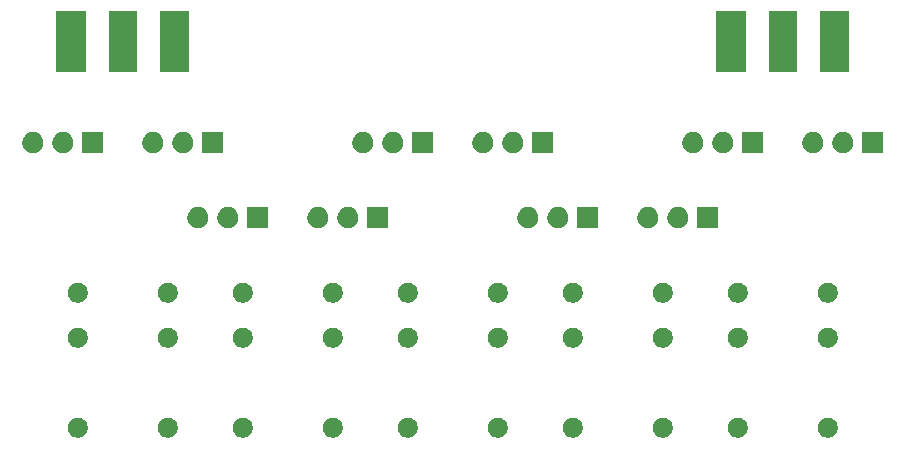
<source format=gbr>
G04 #@! TF.GenerationSoftware,KiCad,Pcbnew,(5.1.5-0)*
G04 #@! TF.CreationDate,2020-04-02T18:54:50-07:00*
G04 #@! TF.ProjectId,Attenuator,41747465-6e75-4617-946f-722e6b696361,rev?*
G04 #@! TF.SameCoordinates,Original*
G04 #@! TF.FileFunction,Soldermask,Top*
G04 #@! TF.FilePolarity,Negative*
%FSLAX46Y46*%
G04 Gerber Fmt 4.6, Leading zero omitted, Abs format (unit mm)*
G04 Created by KiCad (PCBNEW (5.1.5-0)) date 2020-04-02 18:54:50*
%MOMM*%
%LPD*%
G04 APERTURE LIST*
%ADD10C,0.100000*%
G04 APERTURE END LIST*
D10*
G36*
X150108228Y-85541703D02*
G01*
X150263100Y-85605853D01*
X150402481Y-85698985D01*
X150521015Y-85817519D01*
X150614147Y-85956900D01*
X150678297Y-86111772D01*
X150711000Y-86276184D01*
X150711000Y-86443816D01*
X150678297Y-86608228D01*
X150614147Y-86763100D01*
X150521015Y-86902481D01*
X150402481Y-87021015D01*
X150263100Y-87114147D01*
X150108228Y-87178297D01*
X149943816Y-87211000D01*
X149776184Y-87211000D01*
X149611772Y-87178297D01*
X149456900Y-87114147D01*
X149317519Y-87021015D01*
X149198985Y-86902481D01*
X149105853Y-86763100D01*
X149041703Y-86608228D01*
X149009000Y-86443816D01*
X149009000Y-86276184D01*
X149041703Y-86111772D01*
X149105853Y-85956900D01*
X149198985Y-85817519D01*
X149317519Y-85698985D01*
X149456900Y-85605853D01*
X149611772Y-85541703D01*
X149776184Y-85509000D01*
X149943816Y-85509000D01*
X150108228Y-85541703D01*
G37*
G36*
X142488228Y-85541703D02*
G01*
X142643100Y-85605853D01*
X142782481Y-85698985D01*
X142901015Y-85817519D01*
X142994147Y-85956900D01*
X143058297Y-86111772D01*
X143091000Y-86276184D01*
X143091000Y-86443816D01*
X143058297Y-86608228D01*
X142994147Y-86763100D01*
X142901015Y-86902481D01*
X142782481Y-87021015D01*
X142643100Y-87114147D01*
X142488228Y-87178297D01*
X142323816Y-87211000D01*
X142156184Y-87211000D01*
X141991772Y-87178297D01*
X141836900Y-87114147D01*
X141697519Y-87021015D01*
X141578985Y-86902481D01*
X141485853Y-86763100D01*
X141421703Y-86608228D01*
X141389000Y-86443816D01*
X141389000Y-86276184D01*
X141421703Y-86111772D01*
X141485853Y-85956900D01*
X141578985Y-85817519D01*
X141697519Y-85698985D01*
X141836900Y-85605853D01*
X141991772Y-85541703D01*
X142156184Y-85509000D01*
X142323816Y-85509000D01*
X142488228Y-85541703D01*
G37*
G36*
X136138228Y-85541703D02*
G01*
X136293100Y-85605853D01*
X136432481Y-85698985D01*
X136551015Y-85817519D01*
X136644147Y-85956900D01*
X136708297Y-86111772D01*
X136741000Y-86276184D01*
X136741000Y-86443816D01*
X136708297Y-86608228D01*
X136644147Y-86763100D01*
X136551015Y-86902481D01*
X136432481Y-87021015D01*
X136293100Y-87114147D01*
X136138228Y-87178297D01*
X135973816Y-87211000D01*
X135806184Y-87211000D01*
X135641772Y-87178297D01*
X135486900Y-87114147D01*
X135347519Y-87021015D01*
X135228985Y-86902481D01*
X135135853Y-86763100D01*
X135071703Y-86608228D01*
X135039000Y-86443816D01*
X135039000Y-86276184D01*
X135071703Y-86111772D01*
X135135853Y-85956900D01*
X135228985Y-85817519D01*
X135347519Y-85698985D01*
X135486900Y-85605853D01*
X135641772Y-85541703D01*
X135806184Y-85509000D01*
X135973816Y-85509000D01*
X136138228Y-85541703D01*
G37*
G36*
X128518228Y-85541703D02*
G01*
X128673100Y-85605853D01*
X128812481Y-85698985D01*
X128931015Y-85817519D01*
X129024147Y-85956900D01*
X129088297Y-86111772D01*
X129121000Y-86276184D01*
X129121000Y-86443816D01*
X129088297Y-86608228D01*
X129024147Y-86763100D01*
X128931015Y-86902481D01*
X128812481Y-87021015D01*
X128673100Y-87114147D01*
X128518228Y-87178297D01*
X128353816Y-87211000D01*
X128186184Y-87211000D01*
X128021772Y-87178297D01*
X127866900Y-87114147D01*
X127727519Y-87021015D01*
X127608985Y-86902481D01*
X127515853Y-86763100D01*
X127451703Y-86608228D01*
X127419000Y-86443816D01*
X127419000Y-86276184D01*
X127451703Y-86111772D01*
X127515853Y-85956900D01*
X127608985Y-85817519D01*
X127727519Y-85698985D01*
X127866900Y-85605853D01*
X128021772Y-85541703D01*
X128186184Y-85509000D01*
X128353816Y-85509000D01*
X128518228Y-85541703D01*
G37*
G36*
X122168228Y-85541703D02*
G01*
X122323100Y-85605853D01*
X122462481Y-85698985D01*
X122581015Y-85817519D01*
X122674147Y-85956900D01*
X122738297Y-86111772D01*
X122771000Y-86276184D01*
X122771000Y-86443816D01*
X122738297Y-86608228D01*
X122674147Y-86763100D01*
X122581015Y-86902481D01*
X122462481Y-87021015D01*
X122323100Y-87114147D01*
X122168228Y-87178297D01*
X122003816Y-87211000D01*
X121836184Y-87211000D01*
X121671772Y-87178297D01*
X121516900Y-87114147D01*
X121377519Y-87021015D01*
X121258985Y-86902481D01*
X121165853Y-86763100D01*
X121101703Y-86608228D01*
X121069000Y-86443816D01*
X121069000Y-86276184D01*
X121101703Y-86111772D01*
X121165853Y-85956900D01*
X121258985Y-85817519D01*
X121377519Y-85698985D01*
X121516900Y-85605853D01*
X121671772Y-85541703D01*
X121836184Y-85509000D01*
X122003816Y-85509000D01*
X122168228Y-85541703D01*
G37*
G36*
X114548228Y-85541703D02*
G01*
X114703100Y-85605853D01*
X114842481Y-85698985D01*
X114961015Y-85817519D01*
X115054147Y-85956900D01*
X115118297Y-86111772D01*
X115151000Y-86276184D01*
X115151000Y-86443816D01*
X115118297Y-86608228D01*
X115054147Y-86763100D01*
X114961015Y-86902481D01*
X114842481Y-87021015D01*
X114703100Y-87114147D01*
X114548228Y-87178297D01*
X114383816Y-87211000D01*
X114216184Y-87211000D01*
X114051772Y-87178297D01*
X113896900Y-87114147D01*
X113757519Y-87021015D01*
X113638985Y-86902481D01*
X113545853Y-86763100D01*
X113481703Y-86608228D01*
X113449000Y-86443816D01*
X113449000Y-86276184D01*
X113481703Y-86111772D01*
X113545853Y-85956900D01*
X113638985Y-85817519D01*
X113757519Y-85698985D01*
X113896900Y-85605853D01*
X114051772Y-85541703D01*
X114216184Y-85509000D01*
X114383816Y-85509000D01*
X114548228Y-85541703D01*
G37*
G36*
X108198228Y-85541703D02*
G01*
X108353100Y-85605853D01*
X108492481Y-85698985D01*
X108611015Y-85817519D01*
X108704147Y-85956900D01*
X108768297Y-86111772D01*
X108801000Y-86276184D01*
X108801000Y-86443816D01*
X108768297Y-86608228D01*
X108704147Y-86763100D01*
X108611015Y-86902481D01*
X108492481Y-87021015D01*
X108353100Y-87114147D01*
X108198228Y-87178297D01*
X108033816Y-87211000D01*
X107866184Y-87211000D01*
X107701772Y-87178297D01*
X107546900Y-87114147D01*
X107407519Y-87021015D01*
X107288985Y-86902481D01*
X107195853Y-86763100D01*
X107131703Y-86608228D01*
X107099000Y-86443816D01*
X107099000Y-86276184D01*
X107131703Y-86111772D01*
X107195853Y-85956900D01*
X107288985Y-85817519D01*
X107407519Y-85698985D01*
X107546900Y-85605853D01*
X107701772Y-85541703D01*
X107866184Y-85509000D01*
X108033816Y-85509000D01*
X108198228Y-85541703D01*
G37*
G36*
X100578228Y-85541703D02*
G01*
X100733100Y-85605853D01*
X100872481Y-85698985D01*
X100991015Y-85817519D01*
X101084147Y-85956900D01*
X101148297Y-86111772D01*
X101181000Y-86276184D01*
X101181000Y-86443816D01*
X101148297Y-86608228D01*
X101084147Y-86763100D01*
X100991015Y-86902481D01*
X100872481Y-87021015D01*
X100733100Y-87114147D01*
X100578228Y-87178297D01*
X100413816Y-87211000D01*
X100246184Y-87211000D01*
X100081772Y-87178297D01*
X99926900Y-87114147D01*
X99787519Y-87021015D01*
X99668985Y-86902481D01*
X99575853Y-86763100D01*
X99511703Y-86608228D01*
X99479000Y-86443816D01*
X99479000Y-86276184D01*
X99511703Y-86111772D01*
X99575853Y-85956900D01*
X99668985Y-85817519D01*
X99787519Y-85698985D01*
X99926900Y-85605853D01*
X100081772Y-85541703D01*
X100246184Y-85509000D01*
X100413816Y-85509000D01*
X100578228Y-85541703D01*
G37*
G36*
X94228228Y-85541703D02*
G01*
X94383100Y-85605853D01*
X94522481Y-85698985D01*
X94641015Y-85817519D01*
X94734147Y-85956900D01*
X94798297Y-86111772D01*
X94831000Y-86276184D01*
X94831000Y-86443816D01*
X94798297Y-86608228D01*
X94734147Y-86763100D01*
X94641015Y-86902481D01*
X94522481Y-87021015D01*
X94383100Y-87114147D01*
X94228228Y-87178297D01*
X94063816Y-87211000D01*
X93896184Y-87211000D01*
X93731772Y-87178297D01*
X93576900Y-87114147D01*
X93437519Y-87021015D01*
X93318985Y-86902481D01*
X93225853Y-86763100D01*
X93161703Y-86608228D01*
X93129000Y-86443816D01*
X93129000Y-86276184D01*
X93161703Y-86111772D01*
X93225853Y-85956900D01*
X93318985Y-85817519D01*
X93437519Y-85698985D01*
X93576900Y-85605853D01*
X93731772Y-85541703D01*
X93896184Y-85509000D01*
X94063816Y-85509000D01*
X94228228Y-85541703D01*
G37*
G36*
X86608228Y-85541703D02*
G01*
X86763100Y-85605853D01*
X86902481Y-85698985D01*
X87021015Y-85817519D01*
X87114147Y-85956900D01*
X87178297Y-86111772D01*
X87211000Y-86276184D01*
X87211000Y-86443816D01*
X87178297Y-86608228D01*
X87114147Y-86763100D01*
X87021015Y-86902481D01*
X86902481Y-87021015D01*
X86763100Y-87114147D01*
X86608228Y-87178297D01*
X86443816Y-87211000D01*
X86276184Y-87211000D01*
X86111772Y-87178297D01*
X85956900Y-87114147D01*
X85817519Y-87021015D01*
X85698985Y-86902481D01*
X85605853Y-86763100D01*
X85541703Y-86608228D01*
X85509000Y-86443816D01*
X85509000Y-86276184D01*
X85541703Y-86111772D01*
X85605853Y-85956900D01*
X85698985Y-85817519D01*
X85817519Y-85698985D01*
X85956900Y-85605853D01*
X86111772Y-85541703D01*
X86276184Y-85509000D01*
X86443816Y-85509000D01*
X86608228Y-85541703D01*
G37*
G36*
X150108228Y-77921703D02*
G01*
X150263100Y-77985853D01*
X150402481Y-78078985D01*
X150521015Y-78197519D01*
X150614147Y-78336900D01*
X150678297Y-78491772D01*
X150711000Y-78656184D01*
X150711000Y-78823816D01*
X150678297Y-78988228D01*
X150614147Y-79143100D01*
X150521015Y-79282481D01*
X150402481Y-79401015D01*
X150263100Y-79494147D01*
X150108228Y-79558297D01*
X149943816Y-79591000D01*
X149776184Y-79591000D01*
X149611772Y-79558297D01*
X149456900Y-79494147D01*
X149317519Y-79401015D01*
X149198985Y-79282481D01*
X149105853Y-79143100D01*
X149041703Y-78988228D01*
X149009000Y-78823816D01*
X149009000Y-78656184D01*
X149041703Y-78491772D01*
X149105853Y-78336900D01*
X149198985Y-78197519D01*
X149317519Y-78078985D01*
X149456900Y-77985853D01*
X149611772Y-77921703D01*
X149776184Y-77889000D01*
X149943816Y-77889000D01*
X150108228Y-77921703D01*
G37*
G36*
X142488228Y-77921703D02*
G01*
X142643100Y-77985853D01*
X142782481Y-78078985D01*
X142901015Y-78197519D01*
X142994147Y-78336900D01*
X143058297Y-78491772D01*
X143091000Y-78656184D01*
X143091000Y-78823816D01*
X143058297Y-78988228D01*
X142994147Y-79143100D01*
X142901015Y-79282481D01*
X142782481Y-79401015D01*
X142643100Y-79494147D01*
X142488228Y-79558297D01*
X142323816Y-79591000D01*
X142156184Y-79591000D01*
X141991772Y-79558297D01*
X141836900Y-79494147D01*
X141697519Y-79401015D01*
X141578985Y-79282481D01*
X141485853Y-79143100D01*
X141421703Y-78988228D01*
X141389000Y-78823816D01*
X141389000Y-78656184D01*
X141421703Y-78491772D01*
X141485853Y-78336900D01*
X141578985Y-78197519D01*
X141697519Y-78078985D01*
X141836900Y-77985853D01*
X141991772Y-77921703D01*
X142156184Y-77889000D01*
X142323816Y-77889000D01*
X142488228Y-77921703D01*
G37*
G36*
X136138228Y-77921703D02*
G01*
X136293100Y-77985853D01*
X136432481Y-78078985D01*
X136551015Y-78197519D01*
X136644147Y-78336900D01*
X136708297Y-78491772D01*
X136741000Y-78656184D01*
X136741000Y-78823816D01*
X136708297Y-78988228D01*
X136644147Y-79143100D01*
X136551015Y-79282481D01*
X136432481Y-79401015D01*
X136293100Y-79494147D01*
X136138228Y-79558297D01*
X135973816Y-79591000D01*
X135806184Y-79591000D01*
X135641772Y-79558297D01*
X135486900Y-79494147D01*
X135347519Y-79401015D01*
X135228985Y-79282481D01*
X135135853Y-79143100D01*
X135071703Y-78988228D01*
X135039000Y-78823816D01*
X135039000Y-78656184D01*
X135071703Y-78491772D01*
X135135853Y-78336900D01*
X135228985Y-78197519D01*
X135347519Y-78078985D01*
X135486900Y-77985853D01*
X135641772Y-77921703D01*
X135806184Y-77889000D01*
X135973816Y-77889000D01*
X136138228Y-77921703D01*
G37*
G36*
X128518228Y-77921703D02*
G01*
X128673100Y-77985853D01*
X128812481Y-78078985D01*
X128931015Y-78197519D01*
X129024147Y-78336900D01*
X129088297Y-78491772D01*
X129121000Y-78656184D01*
X129121000Y-78823816D01*
X129088297Y-78988228D01*
X129024147Y-79143100D01*
X128931015Y-79282481D01*
X128812481Y-79401015D01*
X128673100Y-79494147D01*
X128518228Y-79558297D01*
X128353816Y-79591000D01*
X128186184Y-79591000D01*
X128021772Y-79558297D01*
X127866900Y-79494147D01*
X127727519Y-79401015D01*
X127608985Y-79282481D01*
X127515853Y-79143100D01*
X127451703Y-78988228D01*
X127419000Y-78823816D01*
X127419000Y-78656184D01*
X127451703Y-78491772D01*
X127515853Y-78336900D01*
X127608985Y-78197519D01*
X127727519Y-78078985D01*
X127866900Y-77985853D01*
X128021772Y-77921703D01*
X128186184Y-77889000D01*
X128353816Y-77889000D01*
X128518228Y-77921703D01*
G37*
G36*
X122168228Y-77921703D02*
G01*
X122323100Y-77985853D01*
X122462481Y-78078985D01*
X122581015Y-78197519D01*
X122674147Y-78336900D01*
X122738297Y-78491772D01*
X122771000Y-78656184D01*
X122771000Y-78823816D01*
X122738297Y-78988228D01*
X122674147Y-79143100D01*
X122581015Y-79282481D01*
X122462481Y-79401015D01*
X122323100Y-79494147D01*
X122168228Y-79558297D01*
X122003816Y-79591000D01*
X121836184Y-79591000D01*
X121671772Y-79558297D01*
X121516900Y-79494147D01*
X121377519Y-79401015D01*
X121258985Y-79282481D01*
X121165853Y-79143100D01*
X121101703Y-78988228D01*
X121069000Y-78823816D01*
X121069000Y-78656184D01*
X121101703Y-78491772D01*
X121165853Y-78336900D01*
X121258985Y-78197519D01*
X121377519Y-78078985D01*
X121516900Y-77985853D01*
X121671772Y-77921703D01*
X121836184Y-77889000D01*
X122003816Y-77889000D01*
X122168228Y-77921703D01*
G37*
G36*
X114548228Y-77921703D02*
G01*
X114703100Y-77985853D01*
X114842481Y-78078985D01*
X114961015Y-78197519D01*
X115054147Y-78336900D01*
X115118297Y-78491772D01*
X115151000Y-78656184D01*
X115151000Y-78823816D01*
X115118297Y-78988228D01*
X115054147Y-79143100D01*
X114961015Y-79282481D01*
X114842481Y-79401015D01*
X114703100Y-79494147D01*
X114548228Y-79558297D01*
X114383816Y-79591000D01*
X114216184Y-79591000D01*
X114051772Y-79558297D01*
X113896900Y-79494147D01*
X113757519Y-79401015D01*
X113638985Y-79282481D01*
X113545853Y-79143100D01*
X113481703Y-78988228D01*
X113449000Y-78823816D01*
X113449000Y-78656184D01*
X113481703Y-78491772D01*
X113545853Y-78336900D01*
X113638985Y-78197519D01*
X113757519Y-78078985D01*
X113896900Y-77985853D01*
X114051772Y-77921703D01*
X114216184Y-77889000D01*
X114383816Y-77889000D01*
X114548228Y-77921703D01*
G37*
G36*
X108198228Y-77921703D02*
G01*
X108353100Y-77985853D01*
X108492481Y-78078985D01*
X108611015Y-78197519D01*
X108704147Y-78336900D01*
X108768297Y-78491772D01*
X108801000Y-78656184D01*
X108801000Y-78823816D01*
X108768297Y-78988228D01*
X108704147Y-79143100D01*
X108611015Y-79282481D01*
X108492481Y-79401015D01*
X108353100Y-79494147D01*
X108198228Y-79558297D01*
X108033816Y-79591000D01*
X107866184Y-79591000D01*
X107701772Y-79558297D01*
X107546900Y-79494147D01*
X107407519Y-79401015D01*
X107288985Y-79282481D01*
X107195853Y-79143100D01*
X107131703Y-78988228D01*
X107099000Y-78823816D01*
X107099000Y-78656184D01*
X107131703Y-78491772D01*
X107195853Y-78336900D01*
X107288985Y-78197519D01*
X107407519Y-78078985D01*
X107546900Y-77985853D01*
X107701772Y-77921703D01*
X107866184Y-77889000D01*
X108033816Y-77889000D01*
X108198228Y-77921703D01*
G37*
G36*
X100578228Y-77921703D02*
G01*
X100733100Y-77985853D01*
X100872481Y-78078985D01*
X100991015Y-78197519D01*
X101084147Y-78336900D01*
X101148297Y-78491772D01*
X101181000Y-78656184D01*
X101181000Y-78823816D01*
X101148297Y-78988228D01*
X101084147Y-79143100D01*
X100991015Y-79282481D01*
X100872481Y-79401015D01*
X100733100Y-79494147D01*
X100578228Y-79558297D01*
X100413816Y-79591000D01*
X100246184Y-79591000D01*
X100081772Y-79558297D01*
X99926900Y-79494147D01*
X99787519Y-79401015D01*
X99668985Y-79282481D01*
X99575853Y-79143100D01*
X99511703Y-78988228D01*
X99479000Y-78823816D01*
X99479000Y-78656184D01*
X99511703Y-78491772D01*
X99575853Y-78336900D01*
X99668985Y-78197519D01*
X99787519Y-78078985D01*
X99926900Y-77985853D01*
X100081772Y-77921703D01*
X100246184Y-77889000D01*
X100413816Y-77889000D01*
X100578228Y-77921703D01*
G37*
G36*
X94228228Y-77921703D02*
G01*
X94383100Y-77985853D01*
X94522481Y-78078985D01*
X94641015Y-78197519D01*
X94734147Y-78336900D01*
X94798297Y-78491772D01*
X94831000Y-78656184D01*
X94831000Y-78823816D01*
X94798297Y-78988228D01*
X94734147Y-79143100D01*
X94641015Y-79282481D01*
X94522481Y-79401015D01*
X94383100Y-79494147D01*
X94228228Y-79558297D01*
X94063816Y-79591000D01*
X93896184Y-79591000D01*
X93731772Y-79558297D01*
X93576900Y-79494147D01*
X93437519Y-79401015D01*
X93318985Y-79282481D01*
X93225853Y-79143100D01*
X93161703Y-78988228D01*
X93129000Y-78823816D01*
X93129000Y-78656184D01*
X93161703Y-78491772D01*
X93225853Y-78336900D01*
X93318985Y-78197519D01*
X93437519Y-78078985D01*
X93576900Y-77985853D01*
X93731772Y-77921703D01*
X93896184Y-77889000D01*
X94063816Y-77889000D01*
X94228228Y-77921703D01*
G37*
G36*
X86608228Y-77921703D02*
G01*
X86763100Y-77985853D01*
X86902481Y-78078985D01*
X87021015Y-78197519D01*
X87114147Y-78336900D01*
X87178297Y-78491772D01*
X87211000Y-78656184D01*
X87211000Y-78823816D01*
X87178297Y-78988228D01*
X87114147Y-79143100D01*
X87021015Y-79282481D01*
X86902481Y-79401015D01*
X86763100Y-79494147D01*
X86608228Y-79558297D01*
X86443816Y-79591000D01*
X86276184Y-79591000D01*
X86111772Y-79558297D01*
X85956900Y-79494147D01*
X85817519Y-79401015D01*
X85698985Y-79282481D01*
X85605853Y-79143100D01*
X85541703Y-78988228D01*
X85509000Y-78823816D01*
X85509000Y-78656184D01*
X85541703Y-78491772D01*
X85605853Y-78336900D01*
X85698985Y-78197519D01*
X85817519Y-78078985D01*
X85956900Y-77985853D01*
X86111772Y-77921703D01*
X86276184Y-77889000D01*
X86443816Y-77889000D01*
X86608228Y-77921703D01*
G37*
G36*
X94228228Y-74111703D02*
G01*
X94383100Y-74175853D01*
X94522481Y-74268985D01*
X94641015Y-74387519D01*
X94734147Y-74526900D01*
X94798297Y-74681772D01*
X94831000Y-74846184D01*
X94831000Y-75013816D01*
X94798297Y-75178228D01*
X94734147Y-75333100D01*
X94641015Y-75472481D01*
X94522481Y-75591015D01*
X94383100Y-75684147D01*
X94228228Y-75748297D01*
X94063816Y-75781000D01*
X93896184Y-75781000D01*
X93731772Y-75748297D01*
X93576900Y-75684147D01*
X93437519Y-75591015D01*
X93318985Y-75472481D01*
X93225853Y-75333100D01*
X93161703Y-75178228D01*
X93129000Y-75013816D01*
X93129000Y-74846184D01*
X93161703Y-74681772D01*
X93225853Y-74526900D01*
X93318985Y-74387519D01*
X93437519Y-74268985D01*
X93576900Y-74175853D01*
X93731772Y-74111703D01*
X93896184Y-74079000D01*
X94063816Y-74079000D01*
X94228228Y-74111703D01*
G37*
G36*
X150108228Y-74111703D02*
G01*
X150263100Y-74175853D01*
X150402481Y-74268985D01*
X150521015Y-74387519D01*
X150614147Y-74526900D01*
X150678297Y-74681772D01*
X150711000Y-74846184D01*
X150711000Y-75013816D01*
X150678297Y-75178228D01*
X150614147Y-75333100D01*
X150521015Y-75472481D01*
X150402481Y-75591015D01*
X150263100Y-75684147D01*
X150108228Y-75748297D01*
X149943816Y-75781000D01*
X149776184Y-75781000D01*
X149611772Y-75748297D01*
X149456900Y-75684147D01*
X149317519Y-75591015D01*
X149198985Y-75472481D01*
X149105853Y-75333100D01*
X149041703Y-75178228D01*
X149009000Y-75013816D01*
X149009000Y-74846184D01*
X149041703Y-74681772D01*
X149105853Y-74526900D01*
X149198985Y-74387519D01*
X149317519Y-74268985D01*
X149456900Y-74175853D01*
X149611772Y-74111703D01*
X149776184Y-74079000D01*
X149943816Y-74079000D01*
X150108228Y-74111703D01*
G37*
G36*
X142488228Y-74111703D02*
G01*
X142643100Y-74175853D01*
X142782481Y-74268985D01*
X142901015Y-74387519D01*
X142994147Y-74526900D01*
X143058297Y-74681772D01*
X143091000Y-74846184D01*
X143091000Y-75013816D01*
X143058297Y-75178228D01*
X142994147Y-75333100D01*
X142901015Y-75472481D01*
X142782481Y-75591015D01*
X142643100Y-75684147D01*
X142488228Y-75748297D01*
X142323816Y-75781000D01*
X142156184Y-75781000D01*
X141991772Y-75748297D01*
X141836900Y-75684147D01*
X141697519Y-75591015D01*
X141578985Y-75472481D01*
X141485853Y-75333100D01*
X141421703Y-75178228D01*
X141389000Y-75013816D01*
X141389000Y-74846184D01*
X141421703Y-74681772D01*
X141485853Y-74526900D01*
X141578985Y-74387519D01*
X141697519Y-74268985D01*
X141836900Y-74175853D01*
X141991772Y-74111703D01*
X142156184Y-74079000D01*
X142323816Y-74079000D01*
X142488228Y-74111703D01*
G37*
G36*
X136138228Y-74111703D02*
G01*
X136293100Y-74175853D01*
X136432481Y-74268985D01*
X136551015Y-74387519D01*
X136644147Y-74526900D01*
X136708297Y-74681772D01*
X136741000Y-74846184D01*
X136741000Y-75013816D01*
X136708297Y-75178228D01*
X136644147Y-75333100D01*
X136551015Y-75472481D01*
X136432481Y-75591015D01*
X136293100Y-75684147D01*
X136138228Y-75748297D01*
X135973816Y-75781000D01*
X135806184Y-75781000D01*
X135641772Y-75748297D01*
X135486900Y-75684147D01*
X135347519Y-75591015D01*
X135228985Y-75472481D01*
X135135853Y-75333100D01*
X135071703Y-75178228D01*
X135039000Y-75013816D01*
X135039000Y-74846184D01*
X135071703Y-74681772D01*
X135135853Y-74526900D01*
X135228985Y-74387519D01*
X135347519Y-74268985D01*
X135486900Y-74175853D01*
X135641772Y-74111703D01*
X135806184Y-74079000D01*
X135973816Y-74079000D01*
X136138228Y-74111703D01*
G37*
G36*
X128518228Y-74111703D02*
G01*
X128673100Y-74175853D01*
X128812481Y-74268985D01*
X128931015Y-74387519D01*
X129024147Y-74526900D01*
X129088297Y-74681772D01*
X129121000Y-74846184D01*
X129121000Y-75013816D01*
X129088297Y-75178228D01*
X129024147Y-75333100D01*
X128931015Y-75472481D01*
X128812481Y-75591015D01*
X128673100Y-75684147D01*
X128518228Y-75748297D01*
X128353816Y-75781000D01*
X128186184Y-75781000D01*
X128021772Y-75748297D01*
X127866900Y-75684147D01*
X127727519Y-75591015D01*
X127608985Y-75472481D01*
X127515853Y-75333100D01*
X127451703Y-75178228D01*
X127419000Y-75013816D01*
X127419000Y-74846184D01*
X127451703Y-74681772D01*
X127515853Y-74526900D01*
X127608985Y-74387519D01*
X127727519Y-74268985D01*
X127866900Y-74175853D01*
X128021772Y-74111703D01*
X128186184Y-74079000D01*
X128353816Y-74079000D01*
X128518228Y-74111703D01*
G37*
G36*
X122168228Y-74111703D02*
G01*
X122323100Y-74175853D01*
X122462481Y-74268985D01*
X122581015Y-74387519D01*
X122674147Y-74526900D01*
X122738297Y-74681772D01*
X122771000Y-74846184D01*
X122771000Y-75013816D01*
X122738297Y-75178228D01*
X122674147Y-75333100D01*
X122581015Y-75472481D01*
X122462481Y-75591015D01*
X122323100Y-75684147D01*
X122168228Y-75748297D01*
X122003816Y-75781000D01*
X121836184Y-75781000D01*
X121671772Y-75748297D01*
X121516900Y-75684147D01*
X121377519Y-75591015D01*
X121258985Y-75472481D01*
X121165853Y-75333100D01*
X121101703Y-75178228D01*
X121069000Y-75013816D01*
X121069000Y-74846184D01*
X121101703Y-74681772D01*
X121165853Y-74526900D01*
X121258985Y-74387519D01*
X121377519Y-74268985D01*
X121516900Y-74175853D01*
X121671772Y-74111703D01*
X121836184Y-74079000D01*
X122003816Y-74079000D01*
X122168228Y-74111703D01*
G37*
G36*
X114548228Y-74111703D02*
G01*
X114703100Y-74175853D01*
X114842481Y-74268985D01*
X114961015Y-74387519D01*
X115054147Y-74526900D01*
X115118297Y-74681772D01*
X115151000Y-74846184D01*
X115151000Y-75013816D01*
X115118297Y-75178228D01*
X115054147Y-75333100D01*
X114961015Y-75472481D01*
X114842481Y-75591015D01*
X114703100Y-75684147D01*
X114548228Y-75748297D01*
X114383816Y-75781000D01*
X114216184Y-75781000D01*
X114051772Y-75748297D01*
X113896900Y-75684147D01*
X113757519Y-75591015D01*
X113638985Y-75472481D01*
X113545853Y-75333100D01*
X113481703Y-75178228D01*
X113449000Y-75013816D01*
X113449000Y-74846184D01*
X113481703Y-74681772D01*
X113545853Y-74526900D01*
X113638985Y-74387519D01*
X113757519Y-74268985D01*
X113896900Y-74175853D01*
X114051772Y-74111703D01*
X114216184Y-74079000D01*
X114383816Y-74079000D01*
X114548228Y-74111703D01*
G37*
G36*
X108198228Y-74111703D02*
G01*
X108353100Y-74175853D01*
X108492481Y-74268985D01*
X108611015Y-74387519D01*
X108704147Y-74526900D01*
X108768297Y-74681772D01*
X108801000Y-74846184D01*
X108801000Y-75013816D01*
X108768297Y-75178228D01*
X108704147Y-75333100D01*
X108611015Y-75472481D01*
X108492481Y-75591015D01*
X108353100Y-75684147D01*
X108198228Y-75748297D01*
X108033816Y-75781000D01*
X107866184Y-75781000D01*
X107701772Y-75748297D01*
X107546900Y-75684147D01*
X107407519Y-75591015D01*
X107288985Y-75472481D01*
X107195853Y-75333100D01*
X107131703Y-75178228D01*
X107099000Y-75013816D01*
X107099000Y-74846184D01*
X107131703Y-74681772D01*
X107195853Y-74526900D01*
X107288985Y-74387519D01*
X107407519Y-74268985D01*
X107546900Y-74175853D01*
X107701772Y-74111703D01*
X107866184Y-74079000D01*
X108033816Y-74079000D01*
X108198228Y-74111703D01*
G37*
G36*
X100578228Y-74111703D02*
G01*
X100733100Y-74175853D01*
X100872481Y-74268985D01*
X100991015Y-74387519D01*
X101084147Y-74526900D01*
X101148297Y-74681772D01*
X101181000Y-74846184D01*
X101181000Y-75013816D01*
X101148297Y-75178228D01*
X101084147Y-75333100D01*
X100991015Y-75472481D01*
X100872481Y-75591015D01*
X100733100Y-75684147D01*
X100578228Y-75748297D01*
X100413816Y-75781000D01*
X100246184Y-75781000D01*
X100081772Y-75748297D01*
X99926900Y-75684147D01*
X99787519Y-75591015D01*
X99668985Y-75472481D01*
X99575853Y-75333100D01*
X99511703Y-75178228D01*
X99479000Y-75013816D01*
X99479000Y-74846184D01*
X99511703Y-74681772D01*
X99575853Y-74526900D01*
X99668985Y-74387519D01*
X99787519Y-74268985D01*
X99926900Y-74175853D01*
X100081772Y-74111703D01*
X100246184Y-74079000D01*
X100413816Y-74079000D01*
X100578228Y-74111703D01*
G37*
G36*
X86608228Y-74111703D02*
G01*
X86763100Y-74175853D01*
X86902481Y-74268985D01*
X87021015Y-74387519D01*
X87114147Y-74526900D01*
X87178297Y-74681772D01*
X87211000Y-74846184D01*
X87211000Y-75013816D01*
X87178297Y-75178228D01*
X87114147Y-75333100D01*
X87021015Y-75472481D01*
X86902481Y-75591015D01*
X86763100Y-75684147D01*
X86608228Y-75748297D01*
X86443816Y-75781000D01*
X86276184Y-75781000D01*
X86111772Y-75748297D01*
X85956900Y-75684147D01*
X85817519Y-75591015D01*
X85698985Y-75472481D01*
X85605853Y-75333100D01*
X85541703Y-75178228D01*
X85509000Y-75013816D01*
X85509000Y-74846184D01*
X85541703Y-74681772D01*
X85605853Y-74526900D01*
X85698985Y-74387519D01*
X85817519Y-74268985D01*
X85956900Y-74175853D01*
X86111772Y-74111703D01*
X86276184Y-74079000D01*
X86443816Y-74079000D01*
X86608228Y-74111703D01*
G37*
G36*
X140601000Y-69481000D02*
G01*
X138799000Y-69481000D01*
X138799000Y-67679000D01*
X140601000Y-67679000D01*
X140601000Y-69481000D01*
G37*
G36*
X134733512Y-67683927D02*
G01*
X134882812Y-67713624D01*
X135046784Y-67781544D01*
X135194354Y-67880147D01*
X135319853Y-68005646D01*
X135418456Y-68153216D01*
X135486376Y-68317188D01*
X135521000Y-68491259D01*
X135521000Y-68668741D01*
X135486376Y-68842812D01*
X135418456Y-69006784D01*
X135319853Y-69154354D01*
X135194354Y-69279853D01*
X135046784Y-69378456D01*
X134882812Y-69446376D01*
X134733512Y-69476073D01*
X134708742Y-69481000D01*
X134531258Y-69481000D01*
X134506488Y-69476073D01*
X134357188Y-69446376D01*
X134193216Y-69378456D01*
X134045646Y-69279853D01*
X133920147Y-69154354D01*
X133821544Y-69006784D01*
X133753624Y-68842812D01*
X133719000Y-68668741D01*
X133719000Y-68491259D01*
X133753624Y-68317188D01*
X133821544Y-68153216D01*
X133920147Y-68005646D01*
X134045646Y-67880147D01*
X134193216Y-67781544D01*
X134357188Y-67713624D01*
X134506488Y-67683927D01*
X134531258Y-67679000D01*
X134708742Y-67679000D01*
X134733512Y-67683927D01*
G37*
G36*
X137273512Y-67683927D02*
G01*
X137422812Y-67713624D01*
X137586784Y-67781544D01*
X137734354Y-67880147D01*
X137859853Y-68005646D01*
X137958456Y-68153216D01*
X138026376Y-68317188D01*
X138061000Y-68491259D01*
X138061000Y-68668741D01*
X138026376Y-68842812D01*
X137958456Y-69006784D01*
X137859853Y-69154354D01*
X137734354Y-69279853D01*
X137586784Y-69378456D01*
X137422812Y-69446376D01*
X137273512Y-69476073D01*
X137248742Y-69481000D01*
X137071258Y-69481000D01*
X137046488Y-69476073D01*
X136897188Y-69446376D01*
X136733216Y-69378456D01*
X136585646Y-69279853D01*
X136460147Y-69154354D01*
X136361544Y-69006784D01*
X136293624Y-68842812D01*
X136259000Y-68668741D01*
X136259000Y-68491259D01*
X136293624Y-68317188D01*
X136361544Y-68153216D01*
X136460147Y-68005646D01*
X136585646Y-67880147D01*
X136733216Y-67781544D01*
X136897188Y-67713624D01*
X137046488Y-67683927D01*
X137071258Y-67679000D01*
X137248742Y-67679000D01*
X137273512Y-67683927D01*
G37*
G36*
X130441000Y-69481000D02*
G01*
X128639000Y-69481000D01*
X128639000Y-67679000D01*
X130441000Y-67679000D01*
X130441000Y-69481000D01*
G37*
G36*
X127113512Y-67683927D02*
G01*
X127262812Y-67713624D01*
X127426784Y-67781544D01*
X127574354Y-67880147D01*
X127699853Y-68005646D01*
X127798456Y-68153216D01*
X127866376Y-68317188D01*
X127901000Y-68491259D01*
X127901000Y-68668741D01*
X127866376Y-68842812D01*
X127798456Y-69006784D01*
X127699853Y-69154354D01*
X127574354Y-69279853D01*
X127426784Y-69378456D01*
X127262812Y-69446376D01*
X127113512Y-69476073D01*
X127088742Y-69481000D01*
X126911258Y-69481000D01*
X126886488Y-69476073D01*
X126737188Y-69446376D01*
X126573216Y-69378456D01*
X126425646Y-69279853D01*
X126300147Y-69154354D01*
X126201544Y-69006784D01*
X126133624Y-68842812D01*
X126099000Y-68668741D01*
X126099000Y-68491259D01*
X126133624Y-68317188D01*
X126201544Y-68153216D01*
X126300147Y-68005646D01*
X126425646Y-67880147D01*
X126573216Y-67781544D01*
X126737188Y-67713624D01*
X126886488Y-67683927D01*
X126911258Y-67679000D01*
X127088742Y-67679000D01*
X127113512Y-67683927D01*
G37*
G36*
X124573512Y-67683927D02*
G01*
X124722812Y-67713624D01*
X124886784Y-67781544D01*
X125034354Y-67880147D01*
X125159853Y-68005646D01*
X125258456Y-68153216D01*
X125326376Y-68317188D01*
X125361000Y-68491259D01*
X125361000Y-68668741D01*
X125326376Y-68842812D01*
X125258456Y-69006784D01*
X125159853Y-69154354D01*
X125034354Y-69279853D01*
X124886784Y-69378456D01*
X124722812Y-69446376D01*
X124573512Y-69476073D01*
X124548742Y-69481000D01*
X124371258Y-69481000D01*
X124346488Y-69476073D01*
X124197188Y-69446376D01*
X124033216Y-69378456D01*
X123885646Y-69279853D01*
X123760147Y-69154354D01*
X123661544Y-69006784D01*
X123593624Y-68842812D01*
X123559000Y-68668741D01*
X123559000Y-68491259D01*
X123593624Y-68317188D01*
X123661544Y-68153216D01*
X123760147Y-68005646D01*
X123885646Y-67880147D01*
X124033216Y-67781544D01*
X124197188Y-67713624D01*
X124346488Y-67683927D01*
X124371258Y-67679000D01*
X124548742Y-67679000D01*
X124573512Y-67683927D01*
G37*
G36*
X102501000Y-69481000D02*
G01*
X100699000Y-69481000D01*
X100699000Y-67679000D01*
X102501000Y-67679000D01*
X102501000Y-69481000D01*
G37*
G36*
X106793512Y-67683927D02*
G01*
X106942812Y-67713624D01*
X107106784Y-67781544D01*
X107254354Y-67880147D01*
X107379853Y-68005646D01*
X107478456Y-68153216D01*
X107546376Y-68317188D01*
X107581000Y-68491259D01*
X107581000Y-68668741D01*
X107546376Y-68842812D01*
X107478456Y-69006784D01*
X107379853Y-69154354D01*
X107254354Y-69279853D01*
X107106784Y-69378456D01*
X106942812Y-69446376D01*
X106793512Y-69476073D01*
X106768742Y-69481000D01*
X106591258Y-69481000D01*
X106566488Y-69476073D01*
X106417188Y-69446376D01*
X106253216Y-69378456D01*
X106105646Y-69279853D01*
X105980147Y-69154354D01*
X105881544Y-69006784D01*
X105813624Y-68842812D01*
X105779000Y-68668741D01*
X105779000Y-68491259D01*
X105813624Y-68317188D01*
X105881544Y-68153216D01*
X105980147Y-68005646D01*
X106105646Y-67880147D01*
X106253216Y-67781544D01*
X106417188Y-67713624D01*
X106566488Y-67683927D01*
X106591258Y-67679000D01*
X106768742Y-67679000D01*
X106793512Y-67683927D01*
G37*
G36*
X109333512Y-67683927D02*
G01*
X109482812Y-67713624D01*
X109646784Y-67781544D01*
X109794354Y-67880147D01*
X109919853Y-68005646D01*
X110018456Y-68153216D01*
X110086376Y-68317188D01*
X110121000Y-68491259D01*
X110121000Y-68668741D01*
X110086376Y-68842812D01*
X110018456Y-69006784D01*
X109919853Y-69154354D01*
X109794354Y-69279853D01*
X109646784Y-69378456D01*
X109482812Y-69446376D01*
X109333512Y-69476073D01*
X109308742Y-69481000D01*
X109131258Y-69481000D01*
X109106488Y-69476073D01*
X108957188Y-69446376D01*
X108793216Y-69378456D01*
X108645646Y-69279853D01*
X108520147Y-69154354D01*
X108421544Y-69006784D01*
X108353624Y-68842812D01*
X108319000Y-68668741D01*
X108319000Y-68491259D01*
X108353624Y-68317188D01*
X108421544Y-68153216D01*
X108520147Y-68005646D01*
X108645646Y-67880147D01*
X108793216Y-67781544D01*
X108957188Y-67713624D01*
X109106488Y-67683927D01*
X109131258Y-67679000D01*
X109308742Y-67679000D01*
X109333512Y-67683927D01*
G37*
G36*
X112661000Y-69481000D02*
G01*
X110859000Y-69481000D01*
X110859000Y-67679000D01*
X112661000Y-67679000D01*
X112661000Y-69481000D01*
G37*
G36*
X99173512Y-67683927D02*
G01*
X99322812Y-67713624D01*
X99486784Y-67781544D01*
X99634354Y-67880147D01*
X99759853Y-68005646D01*
X99858456Y-68153216D01*
X99926376Y-68317188D01*
X99961000Y-68491259D01*
X99961000Y-68668741D01*
X99926376Y-68842812D01*
X99858456Y-69006784D01*
X99759853Y-69154354D01*
X99634354Y-69279853D01*
X99486784Y-69378456D01*
X99322812Y-69446376D01*
X99173512Y-69476073D01*
X99148742Y-69481000D01*
X98971258Y-69481000D01*
X98946488Y-69476073D01*
X98797188Y-69446376D01*
X98633216Y-69378456D01*
X98485646Y-69279853D01*
X98360147Y-69154354D01*
X98261544Y-69006784D01*
X98193624Y-68842812D01*
X98159000Y-68668741D01*
X98159000Y-68491259D01*
X98193624Y-68317188D01*
X98261544Y-68153216D01*
X98360147Y-68005646D01*
X98485646Y-67880147D01*
X98633216Y-67781544D01*
X98797188Y-67713624D01*
X98946488Y-67683927D01*
X98971258Y-67679000D01*
X99148742Y-67679000D01*
X99173512Y-67683927D01*
G37*
G36*
X96633512Y-67683927D02*
G01*
X96782812Y-67713624D01*
X96946784Y-67781544D01*
X97094354Y-67880147D01*
X97219853Y-68005646D01*
X97318456Y-68153216D01*
X97386376Y-68317188D01*
X97421000Y-68491259D01*
X97421000Y-68668741D01*
X97386376Y-68842812D01*
X97318456Y-69006784D01*
X97219853Y-69154354D01*
X97094354Y-69279853D01*
X96946784Y-69378456D01*
X96782812Y-69446376D01*
X96633512Y-69476073D01*
X96608742Y-69481000D01*
X96431258Y-69481000D01*
X96406488Y-69476073D01*
X96257188Y-69446376D01*
X96093216Y-69378456D01*
X95945646Y-69279853D01*
X95820147Y-69154354D01*
X95721544Y-69006784D01*
X95653624Y-68842812D01*
X95619000Y-68668741D01*
X95619000Y-68491259D01*
X95653624Y-68317188D01*
X95721544Y-68153216D01*
X95820147Y-68005646D01*
X95945646Y-67880147D01*
X96093216Y-67781544D01*
X96257188Y-67713624D01*
X96406488Y-67683927D01*
X96431258Y-67679000D01*
X96608742Y-67679000D01*
X96633512Y-67683927D01*
G37*
G36*
X92823512Y-61333927D02*
G01*
X92972812Y-61363624D01*
X93136784Y-61431544D01*
X93284354Y-61530147D01*
X93409853Y-61655646D01*
X93508456Y-61803216D01*
X93576376Y-61967188D01*
X93611000Y-62141259D01*
X93611000Y-62318741D01*
X93576376Y-62492812D01*
X93508456Y-62656784D01*
X93409853Y-62804354D01*
X93284354Y-62929853D01*
X93136784Y-63028456D01*
X92972812Y-63096376D01*
X92823512Y-63126073D01*
X92798742Y-63131000D01*
X92621258Y-63131000D01*
X92596488Y-63126073D01*
X92447188Y-63096376D01*
X92283216Y-63028456D01*
X92135646Y-62929853D01*
X92010147Y-62804354D01*
X91911544Y-62656784D01*
X91843624Y-62492812D01*
X91809000Y-62318741D01*
X91809000Y-62141259D01*
X91843624Y-61967188D01*
X91911544Y-61803216D01*
X92010147Y-61655646D01*
X92135646Y-61530147D01*
X92283216Y-61431544D01*
X92447188Y-61363624D01*
X92596488Y-61333927D01*
X92621258Y-61329000D01*
X92798742Y-61329000D01*
X92823512Y-61333927D01*
G37*
G36*
X88531000Y-63131000D02*
G01*
X86729000Y-63131000D01*
X86729000Y-61329000D01*
X88531000Y-61329000D01*
X88531000Y-63131000D01*
G37*
G36*
X141083512Y-61333927D02*
G01*
X141232812Y-61363624D01*
X141396784Y-61431544D01*
X141544354Y-61530147D01*
X141669853Y-61655646D01*
X141768456Y-61803216D01*
X141836376Y-61967188D01*
X141871000Y-62141259D01*
X141871000Y-62318741D01*
X141836376Y-62492812D01*
X141768456Y-62656784D01*
X141669853Y-62804354D01*
X141544354Y-62929853D01*
X141396784Y-63028456D01*
X141232812Y-63096376D01*
X141083512Y-63126073D01*
X141058742Y-63131000D01*
X140881258Y-63131000D01*
X140856488Y-63126073D01*
X140707188Y-63096376D01*
X140543216Y-63028456D01*
X140395646Y-62929853D01*
X140270147Y-62804354D01*
X140171544Y-62656784D01*
X140103624Y-62492812D01*
X140069000Y-62318741D01*
X140069000Y-62141259D01*
X140103624Y-61967188D01*
X140171544Y-61803216D01*
X140270147Y-61655646D01*
X140395646Y-61530147D01*
X140543216Y-61431544D01*
X140707188Y-61363624D01*
X140856488Y-61333927D01*
X140881258Y-61329000D01*
X141058742Y-61329000D01*
X141083512Y-61333927D01*
G37*
G36*
X95363512Y-61333927D02*
G01*
X95512812Y-61363624D01*
X95676784Y-61431544D01*
X95824354Y-61530147D01*
X95949853Y-61655646D01*
X96048456Y-61803216D01*
X96116376Y-61967188D01*
X96151000Y-62141259D01*
X96151000Y-62318741D01*
X96116376Y-62492812D01*
X96048456Y-62656784D01*
X95949853Y-62804354D01*
X95824354Y-62929853D01*
X95676784Y-63028456D01*
X95512812Y-63096376D01*
X95363512Y-63126073D01*
X95338742Y-63131000D01*
X95161258Y-63131000D01*
X95136488Y-63126073D01*
X94987188Y-63096376D01*
X94823216Y-63028456D01*
X94675646Y-62929853D01*
X94550147Y-62804354D01*
X94451544Y-62656784D01*
X94383624Y-62492812D01*
X94349000Y-62318741D01*
X94349000Y-62141259D01*
X94383624Y-61967188D01*
X94451544Y-61803216D01*
X94550147Y-61655646D01*
X94675646Y-61530147D01*
X94823216Y-61431544D01*
X94987188Y-61363624D01*
X95136488Y-61333927D01*
X95161258Y-61329000D01*
X95338742Y-61329000D01*
X95363512Y-61333927D01*
G37*
G36*
X98691000Y-63131000D02*
G01*
X96889000Y-63131000D01*
X96889000Y-61329000D01*
X98691000Y-61329000D01*
X98691000Y-63131000D01*
G37*
G36*
X110603512Y-61333927D02*
G01*
X110752812Y-61363624D01*
X110916784Y-61431544D01*
X111064354Y-61530147D01*
X111189853Y-61655646D01*
X111288456Y-61803216D01*
X111356376Y-61967188D01*
X111391000Y-62141259D01*
X111391000Y-62318741D01*
X111356376Y-62492812D01*
X111288456Y-62656784D01*
X111189853Y-62804354D01*
X111064354Y-62929853D01*
X110916784Y-63028456D01*
X110752812Y-63096376D01*
X110603512Y-63126073D01*
X110578742Y-63131000D01*
X110401258Y-63131000D01*
X110376488Y-63126073D01*
X110227188Y-63096376D01*
X110063216Y-63028456D01*
X109915646Y-62929853D01*
X109790147Y-62804354D01*
X109691544Y-62656784D01*
X109623624Y-62492812D01*
X109589000Y-62318741D01*
X109589000Y-62141259D01*
X109623624Y-61967188D01*
X109691544Y-61803216D01*
X109790147Y-61655646D01*
X109915646Y-61530147D01*
X110063216Y-61431544D01*
X110227188Y-61363624D01*
X110376488Y-61333927D01*
X110401258Y-61329000D01*
X110578742Y-61329000D01*
X110603512Y-61333927D01*
G37*
G36*
X113143512Y-61333927D02*
G01*
X113292812Y-61363624D01*
X113456784Y-61431544D01*
X113604354Y-61530147D01*
X113729853Y-61655646D01*
X113828456Y-61803216D01*
X113896376Y-61967188D01*
X113931000Y-62141259D01*
X113931000Y-62318741D01*
X113896376Y-62492812D01*
X113828456Y-62656784D01*
X113729853Y-62804354D01*
X113604354Y-62929853D01*
X113456784Y-63028456D01*
X113292812Y-63096376D01*
X113143512Y-63126073D01*
X113118742Y-63131000D01*
X112941258Y-63131000D01*
X112916488Y-63126073D01*
X112767188Y-63096376D01*
X112603216Y-63028456D01*
X112455646Y-62929853D01*
X112330147Y-62804354D01*
X112231544Y-62656784D01*
X112163624Y-62492812D01*
X112129000Y-62318741D01*
X112129000Y-62141259D01*
X112163624Y-61967188D01*
X112231544Y-61803216D01*
X112330147Y-61655646D01*
X112455646Y-61530147D01*
X112603216Y-61431544D01*
X112767188Y-61363624D01*
X112916488Y-61333927D01*
X112941258Y-61329000D01*
X113118742Y-61329000D01*
X113143512Y-61333927D01*
G37*
G36*
X116471000Y-63131000D02*
G01*
X114669000Y-63131000D01*
X114669000Y-61329000D01*
X116471000Y-61329000D01*
X116471000Y-63131000D01*
G37*
G36*
X120763512Y-61333927D02*
G01*
X120912812Y-61363624D01*
X121076784Y-61431544D01*
X121224354Y-61530147D01*
X121349853Y-61655646D01*
X121448456Y-61803216D01*
X121516376Y-61967188D01*
X121551000Y-62141259D01*
X121551000Y-62318741D01*
X121516376Y-62492812D01*
X121448456Y-62656784D01*
X121349853Y-62804354D01*
X121224354Y-62929853D01*
X121076784Y-63028456D01*
X120912812Y-63096376D01*
X120763512Y-63126073D01*
X120738742Y-63131000D01*
X120561258Y-63131000D01*
X120536488Y-63126073D01*
X120387188Y-63096376D01*
X120223216Y-63028456D01*
X120075646Y-62929853D01*
X119950147Y-62804354D01*
X119851544Y-62656784D01*
X119783624Y-62492812D01*
X119749000Y-62318741D01*
X119749000Y-62141259D01*
X119783624Y-61967188D01*
X119851544Y-61803216D01*
X119950147Y-61655646D01*
X120075646Y-61530147D01*
X120223216Y-61431544D01*
X120387188Y-61363624D01*
X120536488Y-61333927D01*
X120561258Y-61329000D01*
X120738742Y-61329000D01*
X120763512Y-61333927D01*
G37*
G36*
X123303512Y-61333927D02*
G01*
X123452812Y-61363624D01*
X123616784Y-61431544D01*
X123764354Y-61530147D01*
X123889853Y-61655646D01*
X123988456Y-61803216D01*
X124056376Y-61967188D01*
X124091000Y-62141259D01*
X124091000Y-62318741D01*
X124056376Y-62492812D01*
X123988456Y-62656784D01*
X123889853Y-62804354D01*
X123764354Y-62929853D01*
X123616784Y-63028456D01*
X123452812Y-63096376D01*
X123303512Y-63126073D01*
X123278742Y-63131000D01*
X123101258Y-63131000D01*
X123076488Y-63126073D01*
X122927188Y-63096376D01*
X122763216Y-63028456D01*
X122615646Y-62929853D01*
X122490147Y-62804354D01*
X122391544Y-62656784D01*
X122323624Y-62492812D01*
X122289000Y-62318741D01*
X122289000Y-62141259D01*
X122323624Y-61967188D01*
X122391544Y-61803216D01*
X122490147Y-61655646D01*
X122615646Y-61530147D01*
X122763216Y-61431544D01*
X122927188Y-61363624D01*
X123076488Y-61333927D01*
X123101258Y-61329000D01*
X123278742Y-61329000D01*
X123303512Y-61333927D01*
G37*
G36*
X126631000Y-63131000D02*
G01*
X124829000Y-63131000D01*
X124829000Y-61329000D01*
X126631000Y-61329000D01*
X126631000Y-63131000D01*
G37*
G36*
X138543512Y-61333927D02*
G01*
X138692812Y-61363624D01*
X138856784Y-61431544D01*
X139004354Y-61530147D01*
X139129853Y-61655646D01*
X139228456Y-61803216D01*
X139296376Y-61967188D01*
X139331000Y-62141259D01*
X139331000Y-62318741D01*
X139296376Y-62492812D01*
X139228456Y-62656784D01*
X139129853Y-62804354D01*
X139004354Y-62929853D01*
X138856784Y-63028456D01*
X138692812Y-63096376D01*
X138543512Y-63126073D01*
X138518742Y-63131000D01*
X138341258Y-63131000D01*
X138316488Y-63126073D01*
X138167188Y-63096376D01*
X138003216Y-63028456D01*
X137855646Y-62929853D01*
X137730147Y-62804354D01*
X137631544Y-62656784D01*
X137563624Y-62492812D01*
X137529000Y-62318741D01*
X137529000Y-62141259D01*
X137563624Y-61967188D01*
X137631544Y-61803216D01*
X137730147Y-61655646D01*
X137855646Y-61530147D01*
X138003216Y-61431544D01*
X138167188Y-61363624D01*
X138316488Y-61333927D01*
X138341258Y-61329000D01*
X138518742Y-61329000D01*
X138543512Y-61333927D01*
G37*
G36*
X144411000Y-63131000D02*
G01*
X142609000Y-63131000D01*
X142609000Y-61329000D01*
X144411000Y-61329000D01*
X144411000Y-63131000D01*
G37*
G36*
X148703512Y-61333927D02*
G01*
X148852812Y-61363624D01*
X149016784Y-61431544D01*
X149164354Y-61530147D01*
X149289853Y-61655646D01*
X149388456Y-61803216D01*
X149456376Y-61967188D01*
X149491000Y-62141259D01*
X149491000Y-62318741D01*
X149456376Y-62492812D01*
X149388456Y-62656784D01*
X149289853Y-62804354D01*
X149164354Y-62929853D01*
X149016784Y-63028456D01*
X148852812Y-63096376D01*
X148703512Y-63126073D01*
X148678742Y-63131000D01*
X148501258Y-63131000D01*
X148476488Y-63126073D01*
X148327188Y-63096376D01*
X148163216Y-63028456D01*
X148015646Y-62929853D01*
X147890147Y-62804354D01*
X147791544Y-62656784D01*
X147723624Y-62492812D01*
X147689000Y-62318741D01*
X147689000Y-62141259D01*
X147723624Y-61967188D01*
X147791544Y-61803216D01*
X147890147Y-61655646D01*
X148015646Y-61530147D01*
X148163216Y-61431544D01*
X148327188Y-61363624D01*
X148476488Y-61333927D01*
X148501258Y-61329000D01*
X148678742Y-61329000D01*
X148703512Y-61333927D01*
G37*
G36*
X151243512Y-61333927D02*
G01*
X151392812Y-61363624D01*
X151556784Y-61431544D01*
X151704354Y-61530147D01*
X151829853Y-61655646D01*
X151928456Y-61803216D01*
X151996376Y-61967188D01*
X152031000Y-62141259D01*
X152031000Y-62318741D01*
X151996376Y-62492812D01*
X151928456Y-62656784D01*
X151829853Y-62804354D01*
X151704354Y-62929853D01*
X151556784Y-63028456D01*
X151392812Y-63096376D01*
X151243512Y-63126073D01*
X151218742Y-63131000D01*
X151041258Y-63131000D01*
X151016488Y-63126073D01*
X150867188Y-63096376D01*
X150703216Y-63028456D01*
X150555646Y-62929853D01*
X150430147Y-62804354D01*
X150331544Y-62656784D01*
X150263624Y-62492812D01*
X150229000Y-62318741D01*
X150229000Y-62141259D01*
X150263624Y-61967188D01*
X150331544Y-61803216D01*
X150430147Y-61655646D01*
X150555646Y-61530147D01*
X150703216Y-61431544D01*
X150867188Y-61363624D01*
X151016488Y-61333927D01*
X151041258Y-61329000D01*
X151218742Y-61329000D01*
X151243512Y-61333927D01*
G37*
G36*
X154571000Y-63131000D02*
G01*
X152769000Y-63131000D01*
X152769000Y-61329000D01*
X154571000Y-61329000D01*
X154571000Y-63131000D01*
G37*
G36*
X85203512Y-61333927D02*
G01*
X85352812Y-61363624D01*
X85516784Y-61431544D01*
X85664354Y-61530147D01*
X85789853Y-61655646D01*
X85888456Y-61803216D01*
X85956376Y-61967188D01*
X85991000Y-62141259D01*
X85991000Y-62318741D01*
X85956376Y-62492812D01*
X85888456Y-62656784D01*
X85789853Y-62804354D01*
X85664354Y-62929853D01*
X85516784Y-63028456D01*
X85352812Y-63096376D01*
X85203512Y-63126073D01*
X85178742Y-63131000D01*
X85001258Y-63131000D01*
X84976488Y-63126073D01*
X84827188Y-63096376D01*
X84663216Y-63028456D01*
X84515646Y-62929853D01*
X84390147Y-62804354D01*
X84291544Y-62656784D01*
X84223624Y-62492812D01*
X84189000Y-62318741D01*
X84189000Y-62141259D01*
X84223624Y-61967188D01*
X84291544Y-61803216D01*
X84390147Y-61655646D01*
X84515646Y-61530147D01*
X84663216Y-61431544D01*
X84827188Y-61363624D01*
X84976488Y-61333927D01*
X85001258Y-61329000D01*
X85178742Y-61329000D01*
X85203512Y-61333927D01*
G37*
G36*
X82663512Y-61333927D02*
G01*
X82812812Y-61363624D01*
X82976784Y-61431544D01*
X83124354Y-61530147D01*
X83249853Y-61655646D01*
X83348456Y-61803216D01*
X83416376Y-61967188D01*
X83451000Y-62141259D01*
X83451000Y-62318741D01*
X83416376Y-62492812D01*
X83348456Y-62656784D01*
X83249853Y-62804354D01*
X83124354Y-62929853D01*
X82976784Y-63028456D01*
X82812812Y-63096376D01*
X82663512Y-63126073D01*
X82638742Y-63131000D01*
X82461258Y-63131000D01*
X82436488Y-63126073D01*
X82287188Y-63096376D01*
X82123216Y-63028456D01*
X81975646Y-62929853D01*
X81850147Y-62804354D01*
X81751544Y-62656784D01*
X81683624Y-62492812D01*
X81649000Y-62318741D01*
X81649000Y-62141259D01*
X81683624Y-61967188D01*
X81751544Y-61803216D01*
X81850147Y-61655646D01*
X81975646Y-61530147D01*
X82123216Y-61431544D01*
X82287188Y-61363624D01*
X82436488Y-61333927D01*
X82461258Y-61329000D01*
X82638742Y-61329000D01*
X82663512Y-61333927D01*
G37*
G36*
X91366000Y-56243000D02*
G01*
X88974000Y-56243000D01*
X88974000Y-51061000D01*
X91366000Y-51061000D01*
X91366000Y-56243000D01*
G37*
G36*
X87051000Y-56243000D02*
G01*
X84529000Y-56243000D01*
X84529000Y-51061000D01*
X87051000Y-51061000D01*
X87051000Y-56243000D01*
G37*
G36*
X95811000Y-56243000D02*
G01*
X93289000Y-56243000D01*
X93289000Y-51061000D01*
X95811000Y-51061000D01*
X95811000Y-56243000D01*
G37*
G36*
X142931000Y-56243000D02*
G01*
X140409000Y-56243000D01*
X140409000Y-51061000D01*
X142931000Y-51061000D01*
X142931000Y-56243000D01*
G37*
G36*
X151691000Y-56243000D02*
G01*
X149169000Y-56243000D01*
X149169000Y-51061000D01*
X151691000Y-51061000D01*
X151691000Y-56243000D01*
G37*
G36*
X147246000Y-56243000D02*
G01*
X144854000Y-56243000D01*
X144854000Y-51061000D01*
X147246000Y-51061000D01*
X147246000Y-56243000D01*
G37*
M02*

</source>
